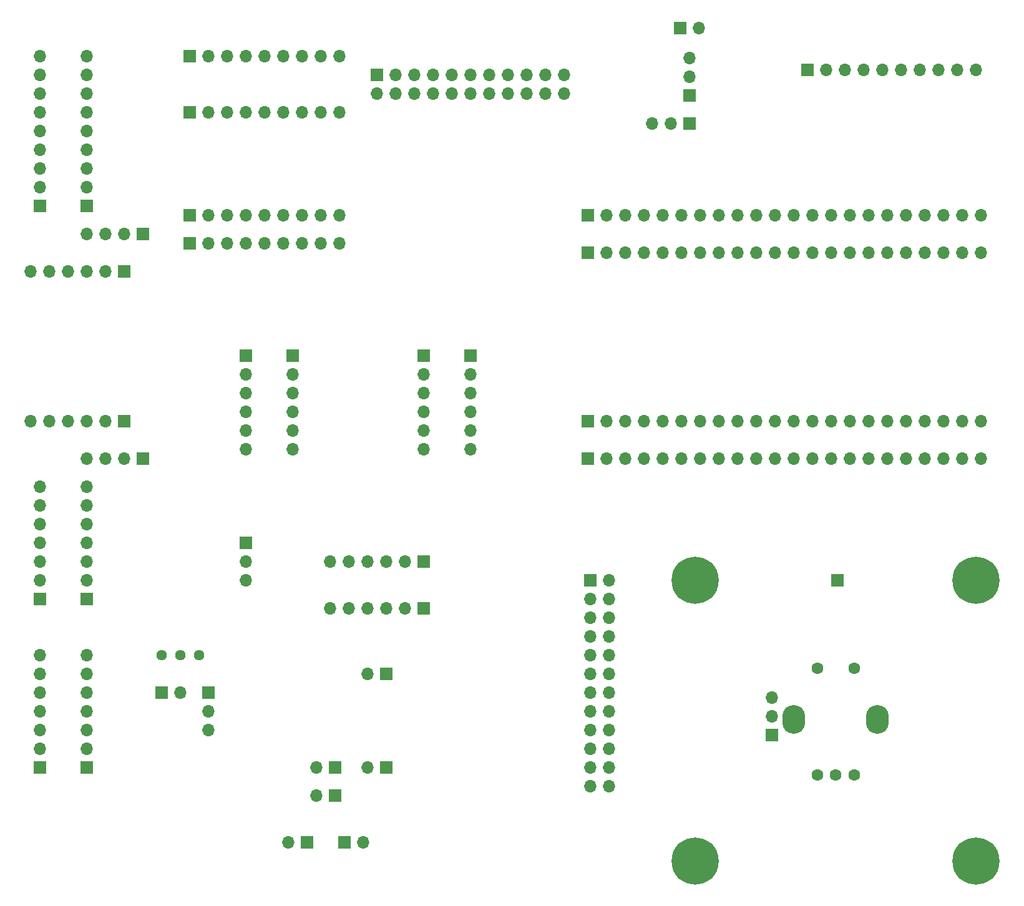
<source format=gbr>
%TF.GenerationSoftware,KiCad,Pcbnew,7.0.7*%
%TF.CreationDate,2024-01-31T01:15:34+01:00*%
%TF.ProjectId,POC-TB,504f432d-5442-42e6-9b69-6361645f7063,rev?*%
%TF.SameCoordinates,Original*%
%TF.FileFunction,Soldermask,Bot*%
%TF.FilePolarity,Negative*%
%FSLAX46Y46*%
G04 Gerber Fmt 4.6, Leading zero omitted, Abs format (unit mm)*
G04 Created by KiCad (PCBNEW 7.0.7) date 2024-01-31 01:15:34*
%MOMM*%
%LPD*%
G01*
G04 APERTURE LIST*
%ADD10R,1.700000X1.700000*%
%ADD11O,1.700000X1.700000*%
%ADD12C,1.440000*%
%ADD13C,6.400000*%
%ADD14C,1.602000*%
%ADD15O,3.102000X3.902000*%
G04 APERTURE END LIST*
D10*
%TO.C,J39*%
X224028000Y-91694000D03*
D11*
X224028000Y-89154000D03*
X224028000Y-86614000D03*
%TD*%
D10*
%TO.C,J1*%
X210185000Y-135890000D03*
D11*
X212725000Y-135890000D03*
X215265000Y-135890000D03*
X217805000Y-135890000D03*
X220345000Y-135890000D03*
X222885000Y-135890000D03*
X225425000Y-135890000D03*
X227965000Y-135890000D03*
X230505000Y-135890000D03*
X233045000Y-135890000D03*
X235585000Y-135890000D03*
X238125000Y-135890000D03*
X240665000Y-135890000D03*
X243205000Y-135890000D03*
X245745000Y-135890000D03*
X248285000Y-135890000D03*
X250825000Y-135890000D03*
X253365000Y-135890000D03*
X255905000Y-135890000D03*
X258445000Y-135890000D03*
X260985000Y-135890000D03*
X263525000Y-135890000D03*
%TD*%
D10*
%TO.C,J32*%
X187960000Y-127000000D03*
D11*
X187960000Y-129540000D03*
X187960000Y-132080000D03*
X187960000Y-134620000D03*
X187960000Y-137160000D03*
X187960000Y-139700000D03*
%TD*%
D10*
%TO.C,J7*%
X244094000Y-157480000D03*
%TD*%
%TO.C,J40*%
X224013000Y-95504000D03*
D11*
X221473000Y-95504000D03*
X218933000Y-95504000D03*
%TD*%
D12*
%TO.C,RV1*%
X152400000Y-167650000D03*
X154940000Y-167650000D03*
X157480000Y-167650000D03*
%TD*%
D13*
%TO.C,H1*%
X224790000Y-157480000D03*
%TD*%
D14*
%TO.C,E1*%
X241340000Y-169430000D03*
X246340000Y-169430000D03*
X241340000Y-183930000D03*
X246340000Y-183930000D03*
X243840000Y-183930000D03*
D15*
X238140000Y-176430000D03*
X249540000Y-176430000D03*
%TD*%
D10*
%TO.C,J29*%
X135890000Y-160030000D03*
D11*
X135890000Y-157490000D03*
X135890000Y-154950000D03*
X135890000Y-152410000D03*
X135890000Y-149870000D03*
X135890000Y-147330000D03*
X135890000Y-144790000D03*
%TD*%
D10*
%TO.C,J12*%
X135890000Y-106680000D03*
D11*
X135890000Y-104140000D03*
X135890000Y-101600000D03*
X135890000Y-99060000D03*
X135890000Y-96520000D03*
X135890000Y-93980000D03*
X135890000Y-91440000D03*
X135890000Y-88900000D03*
X135890000Y-86360000D03*
%TD*%
D13*
%TO.C,H4*%
X262890000Y-195580000D03*
%TD*%
D10*
%TO.C,J8*%
X135890000Y-182890000D03*
D11*
X135890000Y-180350000D03*
X135890000Y-177810000D03*
X135890000Y-175270000D03*
X135890000Y-172730000D03*
X135890000Y-170190000D03*
X135890000Y-167650000D03*
%TD*%
D10*
%TO.C,J14*%
X177165000Y-193040000D03*
D11*
X179705000Y-193040000D03*
%TD*%
D10*
%TO.C,J25*%
X156210000Y-111760000D03*
D11*
X158750000Y-111760000D03*
X161290000Y-111760000D03*
X163830000Y-111760000D03*
X166370000Y-111760000D03*
X168910000Y-111760000D03*
X171450000Y-111760000D03*
X173990000Y-111760000D03*
X176530000Y-111760000D03*
%TD*%
D10*
%TO.C,J37*%
X240030000Y-88265000D03*
D11*
X242570000Y-88265000D03*
X245110000Y-88265000D03*
X247650000Y-88265000D03*
X250190000Y-88265000D03*
X252730000Y-88265000D03*
X255270000Y-88265000D03*
X257810000Y-88265000D03*
X260350000Y-88265000D03*
X262890000Y-88265000D03*
%TD*%
D10*
%TO.C,J31*%
X170180000Y-127000000D03*
D11*
X170180000Y-129540000D03*
X170180000Y-132080000D03*
X170180000Y-134620000D03*
X170180000Y-137160000D03*
X170180000Y-139700000D03*
%TD*%
D10*
%TO.C,J20*%
X182880000Y-182880000D03*
D11*
X180340000Y-182880000D03*
%TD*%
D10*
%TO.C,J27*%
X147320000Y-115570000D03*
D11*
X144780000Y-115570000D03*
X142240000Y-115570000D03*
X139700000Y-115570000D03*
X137160000Y-115570000D03*
X134620000Y-115570000D03*
%TD*%
D13*
%TO.C,H3*%
X224790000Y-195580000D03*
%TD*%
D10*
%TO.C,J6*%
X210566000Y-157475000D03*
D11*
X213106000Y-157475000D03*
X210566000Y-160015000D03*
X213106000Y-160015000D03*
X210566000Y-162555000D03*
X213106000Y-162555000D03*
X210566000Y-165095000D03*
X213106000Y-165095000D03*
X210566000Y-167635000D03*
X213106000Y-167635000D03*
X210566000Y-170175000D03*
X213106000Y-170175000D03*
X210566000Y-172715000D03*
X213106000Y-172715000D03*
X210566000Y-175255000D03*
X213106000Y-175255000D03*
X210566000Y-177795000D03*
X213106000Y-177795000D03*
X210566000Y-180335000D03*
X213106000Y-180335000D03*
X210566000Y-182875000D03*
X213106000Y-182875000D03*
X210566000Y-185415000D03*
X213106000Y-185415000D03*
%TD*%
D10*
%TO.C,J23*%
X156210000Y-93980000D03*
D11*
X158750000Y-93980000D03*
X161290000Y-93980000D03*
X163830000Y-93980000D03*
X166370000Y-93980000D03*
X168910000Y-93980000D03*
X171450000Y-93980000D03*
X173990000Y-93980000D03*
X176530000Y-93980000D03*
%TD*%
D10*
%TO.C,J28*%
X149860000Y-110490000D03*
D11*
X147320000Y-110490000D03*
X144780000Y-110490000D03*
X142240000Y-110490000D03*
%TD*%
D10*
%TO.C,J4*%
X210185000Y-107950000D03*
D11*
X212725000Y-107950000D03*
X215265000Y-107950000D03*
X217805000Y-107950000D03*
X220345000Y-107950000D03*
X222885000Y-107950000D03*
X225425000Y-107950000D03*
X227965000Y-107950000D03*
X230505000Y-107950000D03*
X233045000Y-107950000D03*
X235585000Y-107950000D03*
X238125000Y-107950000D03*
X240665000Y-107950000D03*
X243205000Y-107950000D03*
X245745000Y-107950000D03*
X248285000Y-107950000D03*
X250825000Y-107950000D03*
X253365000Y-107950000D03*
X255905000Y-107950000D03*
X258445000Y-107950000D03*
X260985000Y-107950000D03*
X263525000Y-107950000D03*
%TD*%
D10*
%TO.C,J24*%
X156210000Y-86360000D03*
D11*
X158750000Y-86360000D03*
X161290000Y-86360000D03*
X163830000Y-86360000D03*
X166370000Y-86360000D03*
X168910000Y-86360000D03*
X171450000Y-86360000D03*
X173990000Y-86360000D03*
X176530000Y-86360000D03*
%TD*%
D10*
%TO.C,J30*%
X142240000Y-160020000D03*
D11*
X142240000Y-157480000D03*
X142240000Y-154940000D03*
X142240000Y-152400000D03*
X142240000Y-149860000D03*
X142240000Y-147320000D03*
X142240000Y-144780000D03*
%TD*%
D10*
%TO.C,J10*%
X158750000Y-172730000D03*
D11*
X158750000Y-175270000D03*
X158750000Y-177810000D03*
%TD*%
D10*
%TO.C,J11*%
X142240000Y-182890000D03*
D11*
X142240000Y-180350000D03*
X142240000Y-177810000D03*
X142240000Y-175270000D03*
X142240000Y-172730000D03*
X142240000Y-170190000D03*
X142240000Y-167650000D03*
%TD*%
D10*
%TO.C,J19*%
X187960000Y-154940000D03*
D11*
X185420000Y-154940000D03*
X182880000Y-154940000D03*
X180340000Y-154940000D03*
X177800000Y-154940000D03*
X175260000Y-154940000D03*
%TD*%
D13*
%TO.C,H2*%
X262890000Y-157480000D03*
%TD*%
D10*
%TO.C,J41*%
X222753000Y-82550000D03*
D11*
X225293000Y-82550000D03*
%TD*%
D10*
%TO.C,J18*%
X175895000Y-182880000D03*
D11*
X173355000Y-182880000D03*
%TD*%
D10*
%TO.C,J16*%
X182880000Y-170180000D03*
D11*
X180340000Y-170180000D03*
%TD*%
D10*
%TO.C,J17*%
X175895000Y-186690000D03*
D11*
X173355000Y-186690000D03*
%TD*%
D10*
%TO.C,J15*%
X187960000Y-161290000D03*
D11*
X185420000Y-161290000D03*
X182880000Y-161290000D03*
X180340000Y-161290000D03*
X177800000Y-161290000D03*
X175260000Y-161290000D03*
%TD*%
D10*
%TO.C,J21*%
X172085000Y-193040000D03*
D11*
X169545000Y-193040000D03*
%TD*%
D10*
%TO.C,J33*%
X194310000Y-127000000D03*
D11*
X194310000Y-129540000D03*
X194310000Y-132080000D03*
X194310000Y-134620000D03*
X194310000Y-137160000D03*
X194310000Y-139700000D03*
%TD*%
D10*
%TO.C,J43*%
X149860000Y-140970000D03*
D11*
X147320000Y-140970000D03*
X144780000Y-140970000D03*
X142240000Y-140970000D03*
%TD*%
D10*
%TO.C,J26*%
X156210000Y-107950000D03*
D11*
X158750000Y-107950000D03*
X161290000Y-107950000D03*
X163830000Y-107950000D03*
X166370000Y-107950000D03*
X168910000Y-107950000D03*
X171450000Y-107950000D03*
X173990000Y-107950000D03*
X176530000Y-107950000D03*
%TD*%
D10*
%TO.C,J9*%
X152400000Y-172730000D03*
D11*
X154940000Y-172730000D03*
%TD*%
D10*
%TO.C,J42*%
X147320000Y-135890000D03*
D11*
X144780000Y-135890000D03*
X142240000Y-135890000D03*
X139700000Y-135890000D03*
X137160000Y-135890000D03*
X134620000Y-135890000D03*
%TD*%
D10*
%TO.C,J22*%
X163837500Y-152400000D03*
D11*
X163837500Y-154940000D03*
X163837500Y-157480000D03*
%TD*%
D10*
%TO.C,J3*%
X210185000Y-140970000D03*
D11*
X212725000Y-140970000D03*
X215265000Y-140970000D03*
X217805000Y-140970000D03*
X220345000Y-140970000D03*
X222885000Y-140970000D03*
X225425000Y-140970000D03*
X227965000Y-140970000D03*
X230505000Y-140970000D03*
X233045000Y-140970000D03*
X235585000Y-140970000D03*
X238125000Y-140970000D03*
X240665000Y-140970000D03*
X243205000Y-140970000D03*
X245745000Y-140970000D03*
X248285000Y-140970000D03*
X250825000Y-140970000D03*
X253365000Y-140970000D03*
X255905000Y-140970000D03*
X258445000Y-140970000D03*
X260985000Y-140970000D03*
X263525000Y-140970000D03*
%TD*%
D10*
%TO.C,J2*%
X210185000Y-113030000D03*
D11*
X212725000Y-113030000D03*
X215265000Y-113030000D03*
X217805000Y-113030000D03*
X220345000Y-113030000D03*
X222885000Y-113030000D03*
X225425000Y-113030000D03*
X227965000Y-113030000D03*
X230505000Y-113030000D03*
X233045000Y-113030000D03*
X235585000Y-113030000D03*
X238125000Y-113030000D03*
X240665000Y-113030000D03*
X243205000Y-113030000D03*
X245745000Y-113030000D03*
X248285000Y-113030000D03*
X250825000Y-113030000D03*
X253365000Y-113030000D03*
X255905000Y-113030000D03*
X258445000Y-113030000D03*
X260985000Y-113030000D03*
X263525000Y-113030000D03*
%TD*%
D10*
%TO.C,J13*%
X142240000Y-106680000D03*
D11*
X142240000Y-104140000D03*
X142240000Y-101600000D03*
X142240000Y-99060000D03*
X142240000Y-96520000D03*
X142240000Y-93980000D03*
X142240000Y-91440000D03*
X142240000Y-88900000D03*
X142240000Y-86360000D03*
%TD*%
D10*
%TO.C,J34*%
X163830000Y-127000000D03*
D11*
X163830000Y-129540000D03*
X163830000Y-132080000D03*
X163830000Y-134620000D03*
X163830000Y-137160000D03*
X163830000Y-139700000D03*
%TD*%
D10*
%TO.C,J5*%
X235204000Y-178547000D03*
D11*
X235204000Y-176007000D03*
X235204000Y-173467000D03*
%TD*%
D10*
%TO.C,J38*%
X181610000Y-88895000D03*
D11*
X181610000Y-91435000D03*
X184150000Y-88895000D03*
X184150000Y-91435000D03*
X186690000Y-88895000D03*
X186690000Y-91435000D03*
X189230000Y-88895000D03*
X189230000Y-91435000D03*
X191770000Y-88895000D03*
X191770000Y-91435000D03*
X194310000Y-88895000D03*
X194310000Y-91435000D03*
X196850000Y-88895000D03*
X196850000Y-91435000D03*
X199390000Y-88895000D03*
X199390000Y-91435000D03*
X201930000Y-88895000D03*
X201930000Y-91435000D03*
X204470000Y-88895000D03*
X204470000Y-91435000D03*
X207010000Y-88895000D03*
X207010000Y-91435000D03*
%TD*%
M02*

</source>
